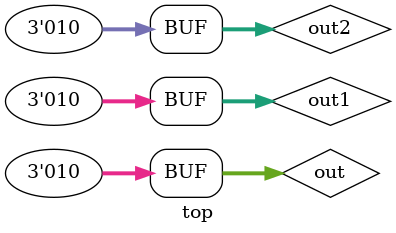
<source format=v>
module top ();
  wire [2:0] out;
  wire [2:0] out1;
  wire [2:0] out2;
  genvar i;
  generate
    for (i = 0; i < 3; i = i + 1) assign out[i] = i;
  endgenerate
  generate
    for (i = 0; i < 3; i = i + 1) begin
      assign out1[i] = i;
    end
  endgenerate
  generate
    for (i = 0; i < 3; i = i + 1) begin : test1
      assign out2[i] = i;
    end
  endgenerate
endmodule

</source>
